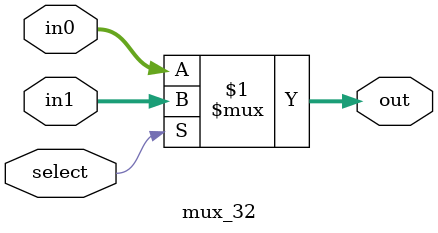
<source format=v>
module mux_32(select, in0, in1, out);
	input select;
	input [31:0] in0, in1;
	output [31:0] out;
	assign out = select ? in1: in0;
endmodule

</source>
